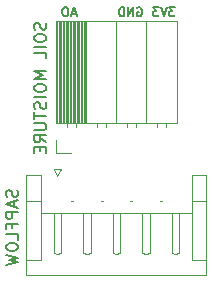
<source format=gbr>
G04 #@! TF.GenerationSoftware,KiCad,Pcbnew,(5.1.0-0)*
G04 #@! TF.CreationDate,2019-06-12T19:17:28-07:00*
G04 #@! TF.ProjectId,d1_mini_lite_sapflow_ti,64315f6d-696e-4695-9f6c-6974655f7361,rev?*
G04 #@! TF.SameCoordinates,Original*
G04 #@! TF.FileFunction,Legend,Bot*
G04 #@! TF.FilePolarity,Positive*
%FSLAX46Y46*%
G04 Gerber Fmt 4.6, Leading zero omitted, Abs format (unit mm)*
G04 Created by KiCad (PCBNEW (5.1.0-0)) date 2019-06-12 19:17:28*
%MOMM*%
%LPD*%
G04 APERTURE LIST*
%ADD10C,0.150000*%
%ADD11C,0.120000*%
G04 APERTURE END LIST*
D10*
X134171428Y-115925000D02*
X133814285Y-115925000D01*
X134242857Y-116139285D02*
X133992857Y-115389285D01*
X133742857Y-116139285D01*
X133350000Y-115389285D02*
X133207142Y-115389285D01*
X133135714Y-115425000D01*
X133064285Y-115496428D01*
X133028571Y-115639285D01*
X133028571Y-115889285D01*
X133064285Y-116032142D01*
X133135714Y-116103571D01*
X133207142Y-116139285D01*
X133350000Y-116139285D01*
X133421428Y-116103571D01*
X133492857Y-116032142D01*
X133528571Y-115889285D01*
X133528571Y-115639285D01*
X133492857Y-115496428D01*
X133421428Y-115425000D01*
X133350000Y-115389285D01*
X139371428Y-115425000D02*
X139442857Y-115389285D01*
X139550000Y-115389285D01*
X139657142Y-115425000D01*
X139728571Y-115496428D01*
X139764285Y-115567857D01*
X139800000Y-115710714D01*
X139800000Y-115817857D01*
X139764285Y-115960714D01*
X139728571Y-116032142D01*
X139657142Y-116103571D01*
X139550000Y-116139285D01*
X139478571Y-116139285D01*
X139371428Y-116103571D01*
X139335714Y-116067857D01*
X139335714Y-115817857D01*
X139478571Y-115817857D01*
X139014285Y-116139285D02*
X139014285Y-115389285D01*
X138585714Y-116139285D01*
X138585714Y-115389285D01*
X138228571Y-116139285D02*
X138228571Y-115389285D01*
X138050000Y-115389285D01*
X137942857Y-115425000D01*
X137871428Y-115496428D01*
X137835714Y-115567857D01*
X137800000Y-115710714D01*
X137800000Y-115817857D01*
X137835714Y-115960714D01*
X137871428Y-116032142D01*
X137942857Y-116103571D01*
X138050000Y-116139285D01*
X138228571Y-116139285D01*
X142528571Y-115389285D02*
X142064285Y-115389285D01*
X142314285Y-115675000D01*
X142207142Y-115675000D01*
X142135714Y-115710714D01*
X142100000Y-115746428D01*
X142064285Y-115817857D01*
X142064285Y-115996428D01*
X142100000Y-116067857D01*
X142135714Y-116103571D01*
X142207142Y-116139285D01*
X142421428Y-116139285D01*
X142492857Y-116103571D01*
X142528571Y-116067857D01*
X141850000Y-115389285D02*
X141600000Y-116139285D01*
X141350000Y-115389285D01*
X141171428Y-115389285D02*
X140707142Y-115389285D01*
X140957142Y-115675000D01*
X140850000Y-115675000D01*
X140778571Y-115710714D01*
X140742857Y-115746428D01*
X140707142Y-115817857D01*
X140707142Y-115996428D01*
X140742857Y-116067857D01*
X140778571Y-116103571D01*
X140850000Y-116139285D01*
X141064285Y-116139285D01*
X141135714Y-116103571D01*
X141171428Y-116067857D01*
D11*
X131210000Y-131790000D02*
X131210000Y-129590000D01*
X131210000Y-129590000D02*
X129990000Y-129590000D01*
X129990000Y-129590000D02*
X129990000Y-138010000D01*
X129990000Y-138010000D02*
X145210000Y-138010000D01*
X145210000Y-138010000D02*
X145210000Y-129590000D01*
X145210000Y-129590000D02*
X143990000Y-129590000D01*
X143990000Y-129590000D02*
X143990000Y-131790000D01*
X129990000Y-136790000D02*
X131210000Y-136790000D01*
X131210000Y-136790000D02*
X131210000Y-131790000D01*
X131210000Y-131790000D02*
X129990000Y-131790000D01*
X145210000Y-136790000D02*
X143990000Y-136790000D01*
X143990000Y-136790000D02*
X143990000Y-131790000D01*
X143990000Y-131790000D02*
X145210000Y-131790000D01*
X131210000Y-132790000D02*
X143990000Y-132790000D01*
X132600000Y-132790000D02*
X132280000Y-132790000D01*
X132280000Y-132790000D02*
X132280000Y-136210000D01*
X132280000Y-136210000D02*
X132600000Y-136290000D01*
X132600000Y-136290000D02*
X132920000Y-136210000D01*
X132920000Y-136210000D02*
X132920000Y-132790000D01*
X132920000Y-132790000D02*
X132600000Y-132790000D01*
X133770000Y-131790000D02*
X133930000Y-131790000D01*
X135100000Y-132790000D02*
X134780000Y-132790000D01*
X134780000Y-132790000D02*
X134780000Y-136210000D01*
X134780000Y-136210000D02*
X135100000Y-136290000D01*
X135100000Y-136290000D02*
X135420000Y-136210000D01*
X135420000Y-136210000D02*
X135420000Y-132790000D01*
X135420000Y-132790000D02*
X135100000Y-132790000D01*
X136270000Y-131790000D02*
X136430000Y-131790000D01*
X137600000Y-132790000D02*
X137280000Y-132790000D01*
X137280000Y-132790000D02*
X137280000Y-136210000D01*
X137280000Y-136210000D02*
X137600000Y-136290000D01*
X137600000Y-136290000D02*
X137920000Y-136210000D01*
X137920000Y-136210000D02*
X137920000Y-132790000D01*
X137920000Y-132790000D02*
X137600000Y-132790000D01*
X138770000Y-131790000D02*
X138930000Y-131790000D01*
X140100000Y-132790000D02*
X139780000Y-132790000D01*
X139780000Y-132790000D02*
X139780000Y-136210000D01*
X139780000Y-136210000D02*
X140100000Y-136290000D01*
X140100000Y-136290000D02*
X140420000Y-136210000D01*
X140420000Y-136210000D02*
X140420000Y-132790000D01*
X140420000Y-132790000D02*
X140100000Y-132790000D01*
X141270000Y-131790000D02*
X141430000Y-131790000D01*
X142600000Y-132790000D02*
X142280000Y-132790000D01*
X142280000Y-132790000D02*
X142280000Y-136210000D01*
X142280000Y-136210000D02*
X142600000Y-136290000D01*
X142600000Y-136290000D02*
X142920000Y-136210000D01*
X142920000Y-136210000D02*
X142920000Y-132790000D01*
X142920000Y-132790000D02*
X142600000Y-132790000D01*
X132600000Y-129700000D02*
X132300000Y-129100000D01*
X132300000Y-129100000D02*
X132900000Y-129100000D01*
X132900000Y-129100000D02*
X132600000Y-129700000D01*
X132590000Y-116510000D02*
X132590000Y-125140000D01*
X132708095Y-116510000D02*
X132708095Y-125140000D01*
X132826190Y-116510000D02*
X132826190Y-125140000D01*
X132944285Y-116510000D02*
X132944285Y-125140000D01*
X133062380Y-116510000D02*
X133062380Y-125140000D01*
X133180475Y-116510000D02*
X133180475Y-125140000D01*
X133298570Y-116510000D02*
X133298570Y-125140000D01*
X133416665Y-116510000D02*
X133416665Y-125140000D01*
X133534760Y-116510000D02*
X133534760Y-125140000D01*
X133652855Y-116510000D02*
X133652855Y-125140000D01*
X133770950Y-116510000D02*
X133770950Y-125140000D01*
X133889045Y-116510000D02*
X133889045Y-125140000D01*
X134007140Y-116510000D02*
X134007140Y-125140000D01*
X134125235Y-116510000D02*
X134125235Y-125140000D01*
X134243330Y-116510000D02*
X134243330Y-125140000D01*
X134361425Y-116510000D02*
X134361425Y-125140000D01*
X134479520Y-116510000D02*
X134479520Y-125140000D01*
X134597615Y-116510000D02*
X134597615Y-125140000D01*
X134715710Y-116510000D02*
X134715710Y-125140000D01*
X134833805Y-116510000D02*
X134833805Y-125140000D01*
X134951900Y-116510000D02*
X134951900Y-125140000D01*
X133440000Y-125140000D02*
X133440000Y-125490000D01*
X134160000Y-125140000D02*
X134160000Y-125490000D01*
X135980000Y-125140000D02*
X135980000Y-125550000D01*
X136700000Y-125140000D02*
X136700000Y-125550000D01*
X138520000Y-125140000D02*
X138520000Y-125550000D01*
X139240000Y-125140000D02*
X139240000Y-125550000D01*
X141060000Y-125140000D02*
X141060000Y-125550000D01*
X141780000Y-125140000D02*
X141780000Y-125550000D01*
X135070000Y-116510000D02*
X135070000Y-125140000D01*
X137610000Y-116510000D02*
X137610000Y-125140000D01*
X140150000Y-116510000D02*
X140150000Y-125140000D01*
X132470000Y-116510000D02*
X132470000Y-125140000D01*
X132470000Y-125140000D02*
X142750000Y-125140000D01*
X142750000Y-116510000D02*
X142750000Y-125140000D01*
X132470000Y-116510000D02*
X142750000Y-116510000D01*
X132470000Y-127710000D02*
X133800000Y-127710000D01*
X132470000Y-126600000D02*
X132470000Y-127710000D01*
D10*
X129204761Y-130857142D02*
X129252380Y-131000000D01*
X129252380Y-131238095D01*
X129204761Y-131333333D01*
X129157142Y-131380952D01*
X129061904Y-131428571D01*
X128966666Y-131428571D01*
X128871428Y-131380952D01*
X128823809Y-131333333D01*
X128776190Y-131238095D01*
X128728571Y-131047619D01*
X128680952Y-130952380D01*
X128633333Y-130904761D01*
X128538095Y-130857142D01*
X128442857Y-130857142D01*
X128347619Y-130904761D01*
X128300000Y-130952380D01*
X128252380Y-131047619D01*
X128252380Y-131285714D01*
X128300000Y-131428571D01*
X128966666Y-131809523D02*
X128966666Y-132285714D01*
X129252380Y-131714285D02*
X128252380Y-132047619D01*
X129252380Y-132380952D01*
X129252380Y-132714285D02*
X128252380Y-132714285D01*
X128252380Y-133095238D01*
X128300000Y-133190476D01*
X128347619Y-133238095D01*
X128442857Y-133285714D01*
X128585714Y-133285714D01*
X128680952Y-133238095D01*
X128728571Y-133190476D01*
X128776190Y-133095238D01*
X128776190Y-132714285D01*
X128728571Y-134047619D02*
X128728571Y-133714285D01*
X129252380Y-133714285D02*
X128252380Y-133714285D01*
X128252380Y-134190476D01*
X129252380Y-135047619D02*
X129252380Y-134571428D01*
X128252380Y-134571428D01*
X128252380Y-135571428D02*
X128252380Y-135761904D01*
X128300000Y-135857142D01*
X128395238Y-135952380D01*
X128585714Y-136000000D01*
X128919047Y-136000000D01*
X129109523Y-135952380D01*
X129204761Y-135857142D01*
X129252380Y-135761904D01*
X129252380Y-135571428D01*
X129204761Y-135476190D01*
X129109523Y-135380952D01*
X128919047Y-135333333D01*
X128585714Y-135333333D01*
X128395238Y-135380952D01*
X128300000Y-135476190D01*
X128252380Y-135571428D01*
X128252380Y-136333333D02*
X129252380Y-136571428D01*
X128538095Y-136761904D01*
X129252380Y-136952380D01*
X128252380Y-137190476D01*
X131604761Y-116700000D02*
X131652380Y-116842857D01*
X131652380Y-117080952D01*
X131604761Y-117176190D01*
X131557142Y-117223809D01*
X131461904Y-117271428D01*
X131366666Y-117271428D01*
X131271428Y-117223809D01*
X131223809Y-117176190D01*
X131176190Y-117080952D01*
X131128571Y-116890476D01*
X131080952Y-116795238D01*
X131033333Y-116747619D01*
X130938095Y-116700000D01*
X130842857Y-116700000D01*
X130747619Y-116747619D01*
X130700000Y-116795238D01*
X130652380Y-116890476D01*
X130652380Y-117128571D01*
X130700000Y-117271428D01*
X130652380Y-117890476D02*
X130652380Y-118080952D01*
X130700000Y-118176190D01*
X130795238Y-118271428D01*
X130985714Y-118319047D01*
X131319047Y-118319047D01*
X131509523Y-118271428D01*
X131604761Y-118176190D01*
X131652380Y-118080952D01*
X131652380Y-117890476D01*
X131604761Y-117795238D01*
X131509523Y-117700000D01*
X131319047Y-117652380D01*
X130985714Y-117652380D01*
X130795238Y-117700000D01*
X130700000Y-117795238D01*
X130652380Y-117890476D01*
X131652380Y-118747619D02*
X130652380Y-118747619D01*
X131652380Y-119700000D02*
X131652380Y-119223809D01*
X130652380Y-119223809D01*
X131652380Y-120795238D02*
X130652380Y-120795238D01*
X131366666Y-121128571D01*
X130652380Y-121461904D01*
X131652380Y-121461904D01*
X130652380Y-122128571D02*
X130652380Y-122319047D01*
X130700000Y-122414285D01*
X130795238Y-122509523D01*
X130985714Y-122557142D01*
X131319047Y-122557142D01*
X131509523Y-122509523D01*
X131604761Y-122414285D01*
X131652380Y-122319047D01*
X131652380Y-122128571D01*
X131604761Y-122033333D01*
X131509523Y-121938095D01*
X131319047Y-121890476D01*
X130985714Y-121890476D01*
X130795238Y-121938095D01*
X130700000Y-122033333D01*
X130652380Y-122128571D01*
X131652380Y-122985714D02*
X130652380Y-122985714D01*
X131604761Y-123414285D02*
X131652380Y-123557142D01*
X131652380Y-123795238D01*
X131604761Y-123890476D01*
X131557142Y-123938095D01*
X131461904Y-123985714D01*
X131366666Y-123985714D01*
X131271428Y-123938095D01*
X131223809Y-123890476D01*
X131176190Y-123795238D01*
X131128571Y-123604761D01*
X131080952Y-123509523D01*
X131033333Y-123461904D01*
X130938095Y-123414285D01*
X130842857Y-123414285D01*
X130747619Y-123461904D01*
X130700000Y-123509523D01*
X130652380Y-123604761D01*
X130652380Y-123842857D01*
X130700000Y-123985714D01*
X130652380Y-124271428D02*
X130652380Y-124842857D01*
X131652380Y-124557142D02*
X130652380Y-124557142D01*
X130652380Y-125176190D02*
X131461904Y-125176190D01*
X131557142Y-125223809D01*
X131604761Y-125271428D01*
X131652380Y-125366666D01*
X131652380Y-125557142D01*
X131604761Y-125652380D01*
X131557142Y-125700000D01*
X131461904Y-125747619D01*
X130652380Y-125747619D01*
X131652380Y-126795238D02*
X131176190Y-126461904D01*
X131652380Y-126223809D02*
X130652380Y-126223809D01*
X130652380Y-126604761D01*
X130700000Y-126700000D01*
X130747619Y-126747619D01*
X130842857Y-126795238D01*
X130985714Y-126795238D01*
X131080952Y-126747619D01*
X131128571Y-126700000D01*
X131176190Y-126604761D01*
X131176190Y-126223809D01*
X131128571Y-127223809D02*
X131128571Y-127557142D01*
X131652380Y-127700000D02*
X131652380Y-127223809D01*
X130652380Y-127223809D01*
X130652380Y-127700000D01*
M02*

</source>
